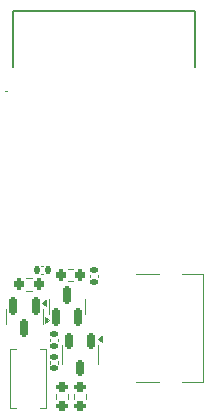
<source format=gbr>
%TF.GenerationSoftware,KiCad,Pcbnew,8.0.6*%
%TF.CreationDate,2024-11-28T00:53:07-05:00*%
%TF.ProjectId,wyt-dongle,7779742d-646f-46e6-976c-652e6b696361,rev?*%
%TF.SameCoordinates,Original*%
%TF.FileFunction,Legend,Top*%
%TF.FilePolarity,Positive*%
%FSLAX46Y46*%
G04 Gerber Fmt 4.6, Leading zero omitted, Abs format (unit mm)*
G04 Created by KiCad (PCBNEW 8.0.6) date 2024-11-28 00:53:07*
%MOMM*%
%LPD*%
G01*
G04 APERTURE LIST*
G04 Aperture macros list*
%AMRoundRect*
0 Rectangle with rounded corners*
0 $1 Rounding radius*
0 $2 $3 $4 $5 $6 $7 $8 $9 X,Y pos of 4 corners*
0 Add a 4 corners polygon primitive as box body*
4,1,4,$2,$3,$4,$5,$6,$7,$8,$9,$2,$3,0*
0 Add four circle primitives for the rounded corners*
1,1,$1+$1,$2,$3*
1,1,$1+$1,$4,$5*
1,1,$1+$1,$6,$7*
1,1,$1+$1,$8,$9*
0 Add four rect primitives between the rounded corners*
20,1,$1+$1,$2,$3,$4,$5,0*
20,1,$1+$1,$4,$5,$6,$7,0*
20,1,$1+$1,$6,$7,$8,$9,0*
20,1,$1+$1,$8,$9,$2,$3,0*%
G04 Aperture macros list end*
%ADD10C,0.100000*%
%ADD11C,0.120000*%
%ADD12C,0.200000*%
%ADD13R,1.800000X1.350000*%
%ADD14RoundRect,0.200000X-0.275000X0.200000X-0.275000X-0.200000X0.275000X-0.200000X0.275000X0.200000X0*%
%ADD15RoundRect,0.150000X-0.150000X0.512500X-0.150000X-0.512500X0.150000X-0.512500X0.150000X0.512500X0*%
%ADD16RoundRect,0.140000X0.170000X-0.140000X0.170000X0.140000X-0.170000X0.140000X-0.170000X-0.140000X0*%
%ADD17R,0.800000X0.400000*%
%ADD18R,0.400000X0.800000*%
%ADD19R,1.200000X1.200000*%
%ADD20R,0.800000X0.800000*%
%ADD21RoundRect,0.140000X-0.170000X0.140000X-0.170000X-0.140000X0.170000X-0.140000X0.170000X0.140000X0*%
%ADD22C,1.800000*%
%ADD23O,1.900000X3.050000*%
%ADD24RoundRect,0.200000X0.200000X0.275000X-0.200000X0.275000X-0.200000X-0.275000X0.200000X-0.275000X0*%
%ADD25RoundRect,0.150000X0.150000X-0.587500X0.150000X0.587500X-0.150000X0.587500X-0.150000X-0.587500X0*%
%ADD26RoundRect,0.200000X-0.200000X-0.275000X0.200000X-0.275000X0.200000X0.275000X-0.200000X0.275000X0*%
%ADD27C,0.650000*%
%ADD28R,1.240000X0.600000*%
%ADD29R,1.240000X0.300000*%
%ADD30O,2.100000X1.000000*%
%ADD31O,1.800000X1.000000*%
%ADD32RoundRect,0.140000X0.140000X0.170000X-0.140000X0.170000X-0.140000X-0.170000X0.140000X-0.170000X0*%
%ADD33RoundRect,0.150000X-0.150000X0.587500X-0.150000X-0.587500X0.150000X-0.587500X0.150000X0.587500X0*%
%ADD34R,1.700000X1.700000*%
%ADD35O,1.700000X1.700000*%
G04 APERTURE END LIST*
D10*
%TO.C,SW1*%
X750000Y-23900000D02*
X1300000Y-23900000D01*
X750000Y-28900000D02*
X750000Y-23900000D01*
X1300000Y-28900000D02*
X750000Y-28900000D01*
X3300000Y-23900000D02*
X3850000Y-23900000D01*
X3850000Y-23900000D02*
X3850000Y-28900000D01*
X3850000Y-28900000D02*
X3300000Y-28900000D01*
D11*
%TO.C,R4*%
X4677500Y-27662742D02*
X4677500Y-28137258D01*
X5722500Y-27662742D02*
X5722500Y-28137258D01*
%TO.C,U1*%
X5140000Y-24300000D02*
X5140000Y-23500000D01*
X5140000Y-24300000D02*
X5140000Y-25100000D01*
X8260000Y-24300000D02*
X8260000Y-23500000D01*
X8260000Y-24300000D02*
X8260000Y-25100000D01*
X8540000Y-23240000D02*
X8210000Y-23000000D01*
X8540000Y-22760000D01*
X8540000Y-23240000D01*
G36*
X8540000Y-23240000D02*
G01*
X8210000Y-23000000D01*
X8540000Y-22760000D01*
X8540000Y-23240000D01*
G37*
%TO.C,R3*%
X6177500Y-27662742D02*
X6177500Y-28137258D01*
X7222500Y-27662742D02*
X7222500Y-28137258D01*
%TO.C,C1*%
X4140000Y-25107836D02*
X4140000Y-24892164D01*
X4860000Y-25107836D02*
X4860000Y-24892164D01*
D10*
%TO.C,U2*%
X400000Y-2050000D02*
X400000Y-2050000D01*
X500000Y-2050000D02*
X500000Y-2050000D01*
D12*
X1000000Y4775000D02*
X16400000Y4775000D01*
X1000000Y0D02*
X1000000Y4775000D01*
X16400000Y4775000D02*
X16400000Y0D01*
D10*
X400000Y-2050000D02*
G75*
G02*
X500000Y-2050000I50000J0D01*
G01*
X500000Y-2050000D02*
G75*
G02*
X400000Y-2050000I-50000J0D01*
G01*
D11*
%TO.C,C2*%
X4140000Y-22992164D02*
X4140000Y-23207836D01*
X4860000Y-22992164D02*
X4860000Y-23207836D01*
%TO.C,C4*%
X7540000Y-17807836D02*
X7540000Y-17592164D01*
X8260000Y-17807836D02*
X8260000Y-17592164D01*
%TO.C,R1*%
X2637258Y-17877500D02*
X2162742Y-17877500D01*
X2637258Y-18922500D02*
X2162742Y-18922500D01*
%TO.C,Q2*%
X4040000Y-20262500D02*
X4040000Y-19612500D01*
X4040000Y-20262500D02*
X4040000Y-20912500D01*
X7160000Y-20262500D02*
X7160000Y-19612500D01*
X7160000Y-20262500D02*
X7160000Y-20912500D01*
X4090000Y-21425000D02*
X3760000Y-21665000D01*
X3760000Y-21185000D01*
X4090000Y-21425000D01*
G36*
X4090000Y-21425000D02*
G01*
X3760000Y-21665000D01*
X3760000Y-21185000D01*
X4090000Y-21425000D01*
G37*
%TO.C,R2*%
X5662742Y-17077500D02*
X6137258Y-17077500D01*
X5662742Y-18122500D02*
X6137258Y-18122500D01*
%TO.C,P1*%
X11450000Y-26680000D02*
X13370000Y-26680000D01*
X13370000Y-17520000D02*
X11450000Y-17520000D01*
X15380000Y-17520000D02*
X17085000Y-17520000D01*
X17085000Y-17520000D02*
X17085000Y-26680000D01*
X17085000Y-26680000D02*
X15380000Y-26680000D01*
%TO.C,C3*%
X3607836Y-16840000D02*
X3392164Y-16840000D01*
X3607836Y-17560000D02*
X3392164Y-17560000D01*
%TO.C,Q1*%
X440000Y-21137500D02*
X440000Y-20487500D01*
X440000Y-21137500D02*
X440000Y-21787500D01*
X3560000Y-21137500D02*
X3560000Y-20487500D01*
X3560000Y-21137500D02*
X3560000Y-21787500D01*
X3840000Y-20215000D02*
X3510000Y-19975000D01*
X3840000Y-19735000D01*
X3840000Y-20215000D01*
G36*
X3840000Y-20215000D02*
G01*
X3510000Y-19975000D01*
X3840000Y-19735000D01*
X3840000Y-20215000D01*
G37*
%TD*%
%LPC*%
D13*
%TO.C,SW1*%
X2300000Y-28475000D03*
X2300000Y-24325000D03*
%TD*%
D14*
%TO.C,R4*%
X5200000Y-27075000D03*
X5200000Y-28725000D03*
%TD*%
D15*
%TO.C,U1*%
X7650000Y-23162500D03*
X5750000Y-23162500D03*
X6700000Y-25437500D03*
%TD*%
D14*
%TO.C,R3*%
X6700000Y-27075000D03*
X6700000Y-28725000D03*
%TD*%
D16*
%TO.C,C1*%
X4500000Y-25480000D03*
X4500000Y-24520000D03*
%TD*%
D17*
%TO.C,U2*%
X1700000Y-2050000D03*
X1700000Y-2900000D03*
X1700000Y-3750000D03*
X1700000Y-4600000D03*
X1700000Y-5450000D03*
X1700000Y-6300000D03*
X1700000Y-7150000D03*
X1700000Y-8000000D03*
X1700000Y-8850000D03*
X1700000Y-9700000D03*
X1700000Y-10550000D03*
X1700000Y-11400000D03*
X1700000Y-12250000D03*
X1700000Y-13100000D03*
X1700000Y-13950000D03*
D18*
X2750000Y-15000000D03*
X3600000Y-15000000D03*
X4450000Y-15000000D03*
X5300000Y-15000000D03*
X6150000Y-15000000D03*
X7000000Y-15000000D03*
X7850000Y-15000000D03*
X8700000Y-15000000D03*
X9550000Y-15000000D03*
X10400000Y-15000000D03*
X11250000Y-15000000D03*
X12100000Y-15000000D03*
X12950000Y-15000000D03*
X13800000Y-15000000D03*
X14650000Y-15000000D03*
D17*
X15700000Y-13950000D03*
X15700000Y-13100000D03*
X15700000Y-12250000D03*
X15700000Y-11400000D03*
X15700000Y-10550000D03*
X15700000Y-9700000D03*
X15700000Y-8850000D03*
X15700000Y-8000000D03*
X15700000Y-7150000D03*
X15700000Y-6300000D03*
X15700000Y-5450000D03*
X15700000Y-4600000D03*
X15700000Y-3750000D03*
X15700000Y-2900000D03*
X15700000Y-2050000D03*
D18*
X14650000Y-1000000D03*
X13800000Y-1000000D03*
X12950000Y-1000000D03*
X12100000Y-1000000D03*
X11250000Y-1000000D03*
X10400000Y-1000000D03*
X9550000Y-1000000D03*
X8700000Y-1000000D03*
X7850000Y-1000000D03*
X7000000Y-1000000D03*
X6150000Y-1000000D03*
X5300000Y-1000000D03*
X4450000Y-1000000D03*
X3600000Y-1000000D03*
X2750000Y-1000000D03*
D19*
X8700000Y-8000000D03*
D20*
X1700000Y-1000000D03*
X1700000Y-15000000D03*
X15700000Y-15000000D03*
X15700000Y-1000000D03*
D19*
X7050000Y-6350000D03*
X7050000Y-8000000D03*
X7050000Y-9650000D03*
X8700000Y-9650000D03*
X10350000Y-9650000D03*
X10350000Y-8000000D03*
X10350000Y-6350000D03*
X8700000Y-6350000D03*
%TD*%
D21*
%TO.C,C2*%
X4500000Y-22620000D03*
X4500000Y-23580000D03*
%TD*%
D22*
%TO.C,J1*%
X12100000Y-30887500D03*
X9600000Y-30887500D03*
X7600000Y-30887500D03*
X5100000Y-30887500D03*
D23*
X14450000Y-33287500D03*
X2750000Y-33287500D03*
%TD*%
D16*
%TO.C,C4*%
X7900000Y-18180000D03*
X7900000Y-17220000D03*
%TD*%
D24*
%TO.C,R1*%
X3225000Y-18400000D03*
X1575000Y-18400000D03*
%TD*%
D25*
%TO.C,Q2*%
X4650000Y-21200000D03*
X6550000Y-21200000D03*
X5600000Y-19325000D03*
%TD*%
D26*
%TO.C,R2*%
X5075000Y-17600000D03*
X6725000Y-17600000D03*
%TD*%
D27*
%TO.C,P1*%
X10695000Y-24990000D03*
X10695000Y-19210000D03*
D28*
X9575000Y-25300000D03*
X9575000Y-24500000D03*
D29*
X9575000Y-23350000D03*
X9575000Y-22350000D03*
X9575000Y-21850000D03*
X9575000Y-20850000D03*
D28*
X9575000Y-19700000D03*
X9575000Y-18900000D03*
X9575000Y-18900000D03*
X9575000Y-19700000D03*
D29*
X9575000Y-20350000D03*
X9575000Y-21350000D03*
X9575000Y-22850000D03*
X9575000Y-23850000D03*
D28*
X9575000Y-24500000D03*
X9575000Y-25300000D03*
D30*
X10175000Y-26420000D03*
D31*
X14375000Y-26420000D03*
D30*
X10175000Y-17780000D03*
D31*
X14375000Y-17780000D03*
%TD*%
D32*
%TO.C,C3*%
X3980000Y-17200000D03*
X3020000Y-17200000D03*
%TD*%
D33*
%TO.C,Q1*%
X2950000Y-20200000D03*
X1050000Y-20200000D03*
X2000000Y-22075000D03*
%TD*%
D34*
%TO.C,J3*%
X12800000Y-28600000D03*
D35*
X15340000Y-28600000D03*
%TD*%
%LPD*%
M02*

</source>
